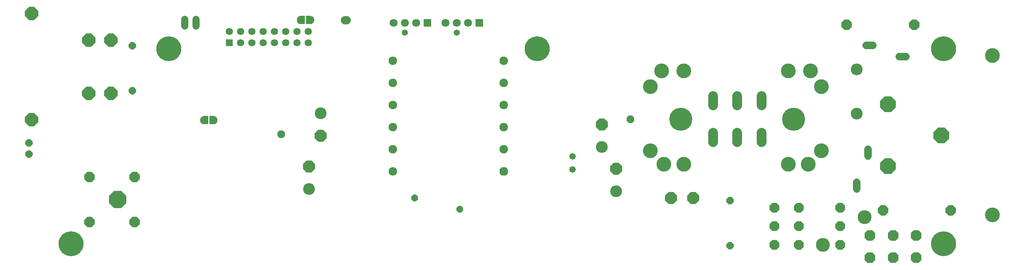
<source format=gbs>
G75*
%MOIN*%
%OFA0B0*%
%FSLAX25Y25*%
%IPPOS*%
%LPD*%
%AMOC8*
5,1,8,0,0,1.08239X$1,22.5*
%
%ADD10C,0.13098*%
%ADD11OC8,0.09350*%
%ADD12C,0.10500*%
%ADD13C,0.06500*%
%ADD14OC8,0.06500*%
%ADD15OC8,0.10500*%
%ADD16C,0.05815*%
%ADD17OC8,0.08768*%
%ADD18C,0.07587*%
%ADD19OC8,0.07587*%
%ADD20C,0.12311*%
%ADD21OC8,0.13886*%
%ADD22OC8,0.11768*%
%ADD23C,0.20500*%
%ADD24OC8,0.09100*%
%ADD25OC8,0.15500*%
%ADD26C,0.08750*%
%ADD27R,0.07100X0.07100*%
%ADD28C,0.07100*%
%ADD29C,0.05421*%
%ADD30R,0.06406X0.06406*%
%ADD31C,0.06406*%
%ADD32C,0.06406*%
%ADD33OC8,0.06996*%
%ADD34OC8,0.05900*%
%ADD35OC8,0.06406*%
%ADD36OC8,0.09555*%
%ADD37C,0.00100*%
%ADD38C,0.22154*%
D10*
X0615657Y0140823D03*
X0627468Y0129012D03*
X0645184Y0129012D03*
X0737704Y0129012D03*
X0755421Y0129012D03*
X0767232Y0140823D03*
X0767232Y0197909D03*
X0757389Y0211689D03*
X0737704Y0211689D03*
X0645184Y0211689D03*
X0625499Y0211689D03*
X0615657Y0197909D03*
X0918807Y0225469D03*
X0918807Y0083736D03*
D11*
X0881791Y0087742D03*
X0821791Y0087742D03*
X0849541Y0252742D03*
X0789541Y0252742D03*
D12*
X0798541Y0213112D03*
X0798541Y0173742D03*
X0585072Y0104992D03*
X0572572Y0144242D03*
X0323072Y0174242D03*
X0312822Y0106742D03*
D13*
X0798541Y0106728D02*
X0798541Y0112728D01*
X0808541Y0136256D02*
X0808541Y0142256D01*
X0836305Y0224492D02*
X0842305Y0224492D01*
X0812777Y0234492D02*
X0806777Y0234492D01*
D14*
X0686322Y0096492D03*
X0686322Y0056492D03*
X0156041Y0194274D03*
X0156041Y0234274D03*
D15*
X0323072Y0154242D03*
X0312822Y0126742D03*
X0572572Y0164242D03*
X0585072Y0124992D03*
X0633730Y0098742D03*
X0653415Y0098742D03*
D16*
X0546572Y0124087D03*
X0546572Y0135898D03*
D17*
X0725495Y0090278D03*
X0747149Y0090278D03*
X0783822Y0090278D03*
X0783822Y0073742D03*
X0747149Y0073742D03*
X0725495Y0073742D03*
X0725495Y0057207D03*
X0747149Y0057207D03*
X0783822Y0057207D03*
D18*
X0485535Y0142215D03*
X0485535Y0161900D03*
X0485535Y0181585D03*
X0485535Y0201270D03*
X0485535Y0220955D03*
X0387110Y0220955D03*
X0387110Y0201270D03*
X0387110Y0181585D03*
X0387110Y0161900D03*
X0387110Y0142215D03*
X0387110Y0122530D03*
D19*
X0485535Y0122530D03*
D20*
X0768665Y0057207D03*
X0805673Y0082010D03*
D21*
X0826287Y0127043D03*
X0873531Y0154602D03*
X0826287Y0182161D03*
D22*
X0137310Y0192004D03*
X0117625Y0192004D03*
X0066838Y0168382D03*
X0117625Y0239248D03*
X0137310Y0239248D03*
X0066838Y0262870D03*
D23*
X0642572Y0168992D03*
X0742572Y0168992D03*
D24*
X0158177Y0117516D03*
X0118177Y0117516D03*
X0118177Y0077516D03*
X0158177Y0077516D03*
D25*
X0143216Y0097516D03*
D26*
X0671072Y0148617D02*
X0671072Y0156867D01*
X0692572Y0156867D02*
X0692572Y0148617D01*
X0714072Y0148617D02*
X0714072Y0156867D01*
X0714072Y0181117D02*
X0714072Y0189367D01*
X0692572Y0189367D02*
X0692572Y0181117D01*
X0671072Y0181117D02*
X0671072Y0189367D01*
D27*
X0463822Y0254492D03*
X0417822Y0254492D03*
D28*
X0407822Y0254492D03*
X0397822Y0254492D03*
X0387822Y0254492D03*
X0433822Y0254492D03*
X0443822Y0254492D03*
X0453822Y0254492D03*
D29*
X0443822Y0245988D03*
X0397822Y0245988D03*
D30*
X0242322Y0236992D03*
D31*
X0252322Y0236992D03*
X0262322Y0236992D03*
X0272322Y0236992D03*
X0282322Y0236992D03*
X0292322Y0236992D03*
X0302322Y0236992D03*
X0312322Y0236992D03*
X0312322Y0246992D03*
X0302322Y0246992D03*
X0292322Y0246992D03*
X0282322Y0246992D03*
X0272322Y0246992D03*
X0262322Y0246992D03*
X0252322Y0246992D03*
X0242322Y0246992D03*
D32*
X0212572Y0251789D02*
X0212572Y0257695D01*
X0202572Y0257695D02*
X0202572Y0251789D01*
D33*
X0288072Y0155492D03*
X0597822Y0168742D03*
D34*
X0406572Y0098992D03*
X0446572Y0088992D03*
D35*
X0064476Y0137791D03*
X0064476Y0147791D03*
D36*
X0810322Y0065427D03*
X0830822Y0065427D03*
X0851322Y0065427D03*
X0851322Y0045742D03*
X0830822Y0045742D03*
X0810322Y0045742D03*
D37*
X0231255Y0167559D02*
X0231056Y0166903D01*
X0230732Y0166298D01*
X0230297Y0165767D01*
X0229767Y0165332D01*
X0229162Y0165009D01*
X0228505Y0164809D01*
X0227822Y0164742D01*
X0224572Y0164742D01*
X0224572Y0171742D01*
X0227822Y0171742D01*
X0228505Y0171675D01*
X0229162Y0171476D01*
X0229767Y0171152D01*
X0230297Y0170717D01*
X0230732Y0170187D01*
X0231056Y0169582D01*
X0231255Y0168925D01*
X0231322Y0168242D01*
X0231255Y0167559D01*
X0231241Y0167512D02*
X0224572Y0167512D01*
X0224572Y0167414D02*
X0231211Y0167414D01*
X0231181Y0167315D02*
X0224572Y0167315D01*
X0224572Y0167217D02*
X0231151Y0167217D01*
X0231121Y0167118D02*
X0224572Y0167118D01*
X0224572Y0167020D02*
X0231091Y0167020D01*
X0231061Y0166921D02*
X0224572Y0166921D01*
X0224572Y0166823D02*
X0231013Y0166823D01*
X0230960Y0166724D02*
X0224572Y0166724D01*
X0224572Y0166626D02*
X0230908Y0166626D01*
X0230855Y0166527D02*
X0224572Y0166527D01*
X0224572Y0166429D02*
X0230802Y0166429D01*
X0230750Y0166330D02*
X0224572Y0166330D01*
X0224572Y0166232D02*
X0230678Y0166232D01*
X0230597Y0166133D02*
X0224572Y0166133D01*
X0224572Y0166035D02*
X0230516Y0166035D01*
X0230436Y0165936D02*
X0224572Y0165936D01*
X0224572Y0165837D02*
X0230355Y0165837D01*
X0230263Y0165739D02*
X0224572Y0165739D01*
X0224572Y0165640D02*
X0230143Y0165640D01*
X0230023Y0165542D02*
X0224572Y0165542D01*
X0224572Y0165443D02*
X0229903Y0165443D01*
X0229783Y0165345D02*
X0224572Y0165345D01*
X0224572Y0165246D02*
X0229607Y0165246D01*
X0229422Y0165148D02*
X0224572Y0165148D01*
X0224572Y0165049D02*
X0229238Y0165049D01*
X0228972Y0164951D02*
X0224572Y0164951D01*
X0224572Y0164852D02*
X0228647Y0164852D01*
X0227941Y0164754D02*
X0224572Y0164754D01*
X0223072Y0164754D02*
X0219703Y0164754D01*
X0219822Y0164742D02*
X0219139Y0164809D01*
X0218483Y0165009D01*
X0217878Y0165332D01*
X0217347Y0165767D01*
X0216912Y0166298D01*
X0216589Y0166903D01*
X0216390Y0167559D01*
X0216322Y0168242D01*
X0216390Y0168925D01*
X0216589Y0169582D01*
X0216912Y0170187D01*
X0217347Y0170717D01*
X0217878Y0171152D01*
X0218483Y0171476D01*
X0219139Y0171675D01*
X0219822Y0171742D01*
X0223072Y0171742D01*
X0223072Y0164742D01*
X0219822Y0164742D01*
X0218998Y0164852D02*
X0223072Y0164852D01*
X0223072Y0164951D02*
X0218673Y0164951D01*
X0218406Y0165049D02*
X0223072Y0165049D01*
X0223072Y0165148D02*
X0218222Y0165148D01*
X0218038Y0165246D02*
X0223072Y0165246D01*
X0223072Y0165345D02*
X0217862Y0165345D01*
X0217742Y0165443D02*
X0223072Y0165443D01*
X0223072Y0165542D02*
X0217622Y0165542D01*
X0217502Y0165640D02*
X0223072Y0165640D01*
X0223072Y0165739D02*
X0217382Y0165739D01*
X0217290Y0165837D02*
X0223072Y0165837D01*
X0223072Y0165936D02*
X0217209Y0165936D01*
X0217128Y0166035D02*
X0223072Y0166035D01*
X0223072Y0166133D02*
X0217047Y0166133D01*
X0216966Y0166232D02*
X0223072Y0166232D01*
X0223072Y0166330D02*
X0216895Y0166330D01*
X0216842Y0166429D02*
X0223072Y0166429D01*
X0223072Y0166527D02*
X0216789Y0166527D01*
X0216737Y0166626D02*
X0223072Y0166626D01*
X0223072Y0166724D02*
X0216684Y0166724D01*
X0216632Y0166823D02*
X0223072Y0166823D01*
X0223072Y0166921D02*
X0216583Y0166921D01*
X0216553Y0167020D02*
X0223072Y0167020D01*
X0223072Y0167118D02*
X0216523Y0167118D01*
X0216493Y0167217D02*
X0223072Y0167217D01*
X0223072Y0167315D02*
X0216464Y0167315D01*
X0216434Y0167414D02*
X0223072Y0167414D01*
X0223072Y0167512D02*
X0216404Y0167512D01*
X0216384Y0167611D02*
X0223072Y0167611D01*
X0223072Y0167709D02*
X0216375Y0167709D01*
X0216365Y0167808D02*
X0223072Y0167808D01*
X0223072Y0167906D02*
X0216355Y0167906D01*
X0216346Y0168005D02*
X0223072Y0168005D01*
X0223072Y0168103D02*
X0216336Y0168103D01*
X0216326Y0168202D02*
X0223072Y0168202D01*
X0223072Y0168300D02*
X0216328Y0168300D01*
X0216338Y0168399D02*
X0223072Y0168399D01*
X0223072Y0168497D02*
X0216347Y0168497D01*
X0216357Y0168596D02*
X0223072Y0168596D01*
X0223072Y0168694D02*
X0216367Y0168694D01*
X0216376Y0168793D02*
X0223072Y0168793D01*
X0223072Y0168891D02*
X0216386Y0168891D01*
X0216409Y0168990D02*
X0223072Y0168990D01*
X0223072Y0169088D02*
X0216439Y0169088D01*
X0216469Y0169187D02*
X0223072Y0169187D01*
X0223072Y0169285D02*
X0216499Y0169285D01*
X0216529Y0169384D02*
X0223072Y0169384D01*
X0223072Y0169482D02*
X0216559Y0169482D01*
X0216588Y0169581D02*
X0223072Y0169581D01*
X0223072Y0169679D02*
X0216641Y0169679D01*
X0216694Y0169778D02*
X0223072Y0169778D01*
X0223072Y0169876D02*
X0216746Y0169876D01*
X0216799Y0169975D02*
X0223072Y0169975D01*
X0223072Y0170073D02*
X0216852Y0170073D01*
X0216904Y0170172D02*
X0223072Y0170172D01*
X0223072Y0170270D02*
X0216981Y0170270D01*
X0217062Y0170369D02*
X0223072Y0170369D01*
X0223072Y0170468D02*
X0217143Y0170468D01*
X0217223Y0170566D02*
X0223072Y0170566D01*
X0223072Y0170665D02*
X0217304Y0170665D01*
X0217403Y0170763D02*
X0223072Y0170763D01*
X0223072Y0170862D02*
X0217524Y0170862D01*
X0217644Y0170960D02*
X0223072Y0170960D01*
X0223072Y0171059D02*
X0217764Y0171059D01*
X0217887Y0171157D02*
X0223072Y0171157D01*
X0223072Y0171256D02*
X0218071Y0171256D01*
X0218255Y0171354D02*
X0223072Y0171354D01*
X0223072Y0171453D02*
X0218440Y0171453D01*
X0218732Y0171551D02*
X0223072Y0171551D01*
X0223072Y0171650D02*
X0219056Y0171650D01*
X0224572Y0171650D02*
X0228588Y0171650D01*
X0228913Y0171551D02*
X0224572Y0171551D01*
X0224572Y0171453D02*
X0229205Y0171453D01*
X0229389Y0171354D02*
X0224572Y0171354D01*
X0224572Y0171256D02*
X0229573Y0171256D01*
X0229758Y0171157D02*
X0224572Y0171157D01*
X0224572Y0171059D02*
X0229881Y0171059D01*
X0230001Y0170960D02*
X0224572Y0170960D01*
X0224572Y0170862D02*
X0230121Y0170862D01*
X0230241Y0170763D02*
X0224572Y0170763D01*
X0224572Y0170665D02*
X0230340Y0170665D01*
X0230421Y0170566D02*
X0224572Y0170566D01*
X0224572Y0170468D02*
X0230502Y0170468D01*
X0230583Y0170369D02*
X0224572Y0170369D01*
X0224572Y0170270D02*
X0230664Y0170270D01*
X0230740Y0170172D02*
X0224572Y0170172D01*
X0224572Y0170073D02*
X0230793Y0170073D01*
X0230846Y0169975D02*
X0224572Y0169975D01*
X0224572Y0169876D02*
X0230898Y0169876D01*
X0230951Y0169778D02*
X0224572Y0169778D01*
X0224572Y0169679D02*
X0231003Y0169679D01*
X0231056Y0169581D02*
X0224572Y0169581D01*
X0224572Y0169482D02*
X0231086Y0169482D01*
X0231116Y0169384D02*
X0224572Y0169384D01*
X0224572Y0169285D02*
X0231146Y0169285D01*
X0231176Y0169187D02*
X0224572Y0169187D01*
X0224572Y0169088D02*
X0231205Y0169088D01*
X0231235Y0168990D02*
X0224572Y0168990D01*
X0224572Y0168891D02*
X0231258Y0168891D01*
X0231268Y0168793D02*
X0224572Y0168793D01*
X0224572Y0168694D02*
X0231278Y0168694D01*
X0231287Y0168596D02*
X0224572Y0168596D01*
X0224572Y0168497D02*
X0231297Y0168497D01*
X0231307Y0168399D02*
X0224572Y0168399D01*
X0224572Y0168300D02*
X0231317Y0168300D01*
X0231318Y0168202D02*
X0224572Y0168202D01*
X0224572Y0168103D02*
X0231309Y0168103D01*
X0231299Y0168005D02*
X0224572Y0168005D01*
X0224572Y0167906D02*
X0231289Y0167906D01*
X0231279Y0167808D02*
X0224572Y0167808D01*
X0224572Y0167709D02*
X0231270Y0167709D01*
X0231260Y0167611D02*
X0224572Y0167611D01*
X0303097Y0254767D02*
X0302662Y0255298D01*
X0302339Y0255903D01*
X0302140Y0256559D01*
X0302072Y0257242D01*
X0302140Y0257925D01*
X0302339Y0258582D01*
X0302662Y0259187D01*
X0303097Y0259717D01*
X0303628Y0260152D01*
X0304233Y0260476D01*
X0304889Y0260675D01*
X0305572Y0260742D01*
X0308822Y0260742D01*
X0308822Y0253742D01*
X0305572Y0253742D01*
X0304889Y0253809D01*
X0304233Y0254009D01*
X0303628Y0254332D01*
X0303097Y0254767D01*
X0303076Y0254793D02*
X0308822Y0254793D01*
X0308822Y0254695D02*
X0303186Y0254695D01*
X0303306Y0254596D02*
X0308822Y0254596D01*
X0308822Y0254498D02*
X0303426Y0254498D01*
X0303546Y0254399D02*
X0308822Y0254399D01*
X0308822Y0254301D02*
X0303686Y0254301D01*
X0303871Y0254202D02*
X0308822Y0254202D01*
X0308822Y0254104D02*
X0304055Y0254104D01*
X0304244Y0254005D02*
X0308822Y0254005D01*
X0308822Y0253907D02*
X0304569Y0253907D01*
X0304902Y0253808D02*
X0308822Y0253808D01*
X0308822Y0254892D02*
X0302995Y0254892D01*
X0302914Y0254990D02*
X0308822Y0254990D01*
X0308822Y0255089D02*
X0302834Y0255089D01*
X0302753Y0255187D02*
X0308822Y0255187D01*
X0308822Y0255286D02*
X0302672Y0255286D01*
X0302616Y0255384D02*
X0308822Y0255384D01*
X0308822Y0255483D02*
X0302563Y0255483D01*
X0302510Y0255581D02*
X0308822Y0255581D01*
X0308822Y0255680D02*
X0302458Y0255680D01*
X0302405Y0255778D02*
X0308822Y0255778D01*
X0308822Y0255877D02*
X0302353Y0255877D01*
X0302317Y0255975D02*
X0308822Y0255975D01*
X0308822Y0256074D02*
X0302287Y0256074D01*
X0302257Y0256172D02*
X0308822Y0256172D01*
X0308822Y0256271D02*
X0302227Y0256271D01*
X0302197Y0256369D02*
X0308822Y0256369D01*
X0308822Y0256468D02*
X0302167Y0256468D01*
X0302139Y0256566D02*
X0308822Y0256566D01*
X0308822Y0256665D02*
X0302129Y0256665D01*
X0302119Y0256763D02*
X0308822Y0256763D01*
X0308822Y0256862D02*
X0302110Y0256862D01*
X0302100Y0256960D02*
X0308822Y0256960D01*
X0308822Y0257059D02*
X0302090Y0257059D01*
X0302081Y0257157D02*
X0308822Y0257157D01*
X0308822Y0257256D02*
X0302074Y0257256D01*
X0302083Y0257355D02*
X0308822Y0257355D01*
X0308822Y0257453D02*
X0302093Y0257453D01*
X0302103Y0257552D02*
X0308822Y0257552D01*
X0308822Y0257650D02*
X0302112Y0257650D01*
X0302122Y0257749D02*
X0308822Y0257749D01*
X0308822Y0257847D02*
X0302132Y0257847D01*
X0302146Y0257946D02*
X0308822Y0257946D01*
X0308822Y0258044D02*
X0302176Y0258044D01*
X0302206Y0258143D02*
X0308822Y0258143D01*
X0308822Y0258241D02*
X0302235Y0258241D01*
X0302265Y0258340D02*
X0308822Y0258340D01*
X0308822Y0258438D02*
X0302295Y0258438D01*
X0302325Y0258537D02*
X0308822Y0258537D01*
X0308822Y0258635D02*
X0302367Y0258635D01*
X0302420Y0258734D02*
X0308822Y0258734D01*
X0308822Y0258832D02*
X0302473Y0258832D01*
X0302525Y0258931D02*
X0308822Y0258931D01*
X0308822Y0259029D02*
X0302578Y0259029D01*
X0302631Y0259128D02*
X0308822Y0259128D01*
X0308822Y0259226D02*
X0302695Y0259226D01*
X0302775Y0259325D02*
X0308822Y0259325D01*
X0308822Y0259423D02*
X0302856Y0259423D01*
X0302937Y0259522D02*
X0308822Y0259522D01*
X0308822Y0259620D02*
X0303018Y0259620D01*
X0303100Y0259719D02*
X0308822Y0259719D01*
X0308822Y0259817D02*
X0303220Y0259817D01*
X0303340Y0259916D02*
X0308822Y0259916D01*
X0308822Y0260014D02*
X0303460Y0260014D01*
X0303580Y0260113D02*
X0308822Y0260113D01*
X0308822Y0260211D02*
X0303738Y0260211D01*
X0303923Y0260310D02*
X0308822Y0260310D01*
X0308822Y0260408D02*
X0304107Y0260408D01*
X0304336Y0260507D02*
X0308822Y0260507D01*
X0308822Y0260605D02*
X0304660Y0260605D01*
X0305184Y0260704D02*
X0308822Y0260704D01*
X0310322Y0260704D02*
X0313961Y0260704D01*
X0314255Y0260675D02*
X0314912Y0260476D01*
X0315517Y0260152D01*
X0316047Y0259717D01*
X0316482Y0259187D01*
X0316806Y0258582D01*
X0317005Y0257925D01*
X0317072Y0257242D01*
X0317005Y0256559D01*
X0316806Y0255903D01*
X0316482Y0255298D01*
X0316047Y0254767D01*
X0315517Y0254332D01*
X0314912Y0254009D01*
X0314255Y0253809D01*
X0313572Y0253742D01*
X0310322Y0253742D01*
X0310322Y0260742D01*
X0313572Y0260742D01*
X0314255Y0260675D01*
X0314484Y0260605D02*
X0310322Y0260605D01*
X0310322Y0260507D02*
X0314809Y0260507D01*
X0315038Y0260408D02*
X0310322Y0260408D01*
X0310322Y0260310D02*
X0315222Y0260310D01*
X0315406Y0260211D02*
X0310322Y0260211D01*
X0310322Y0260113D02*
X0315565Y0260113D01*
X0315685Y0260014D02*
X0310322Y0260014D01*
X0310322Y0259916D02*
X0315805Y0259916D01*
X0315925Y0259817D02*
X0310322Y0259817D01*
X0310322Y0259719D02*
X0316045Y0259719D01*
X0316127Y0259620D02*
X0310322Y0259620D01*
X0310322Y0259522D02*
X0316207Y0259522D01*
X0316288Y0259423D02*
X0310322Y0259423D01*
X0310322Y0259325D02*
X0316369Y0259325D01*
X0316450Y0259226D02*
X0310322Y0259226D01*
X0310322Y0259128D02*
X0316514Y0259128D01*
X0316567Y0259029D02*
X0310322Y0259029D01*
X0310322Y0258931D02*
X0316619Y0258931D01*
X0316672Y0258832D02*
X0310322Y0258832D01*
X0310322Y0258734D02*
X0316725Y0258734D01*
X0316777Y0258635D02*
X0310322Y0258635D01*
X0310322Y0258537D02*
X0316819Y0258537D01*
X0316849Y0258438D02*
X0310322Y0258438D01*
X0310322Y0258340D02*
X0316879Y0258340D01*
X0316909Y0258241D02*
X0310322Y0258241D01*
X0310322Y0258143D02*
X0316939Y0258143D01*
X0316969Y0258044D02*
X0310322Y0258044D01*
X0310322Y0257946D02*
X0316999Y0257946D01*
X0317013Y0257847D02*
X0310322Y0257847D01*
X0310322Y0257749D02*
X0317022Y0257749D01*
X0317032Y0257650D02*
X0310322Y0257650D01*
X0310322Y0257552D02*
X0317042Y0257552D01*
X0317051Y0257453D02*
X0310322Y0257453D01*
X0310322Y0257355D02*
X0317061Y0257355D01*
X0317071Y0257256D02*
X0310322Y0257256D01*
X0310322Y0257157D02*
X0317064Y0257157D01*
X0317054Y0257059D02*
X0310322Y0257059D01*
X0310322Y0256960D02*
X0317045Y0256960D01*
X0317035Y0256862D02*
X0310322Y0256862D01*
X0310322Y0256763D02*
X0317025Y0256763D01*
X0317015Y0256665D02*
X0310322Y0256665D01*
X0310322Y0256566D02*
X0317006Y0256566D01*
X0316977Y0256468D02*
X0310322Y0256468D01*
X0310322Y0256369D02*
X0316947Y0256369D01*
X0316918Y0256271D02*
X0310322Y0256271D01*
X0310322Y0256172D02*
X0316888Y0256172D01*
X0316858Y0256074D02*
X0310322Y0256074D01*
X0310322Y0255975D02*
X0316828Y0255975D01*
X0316792Y0255877D02*
X0310322Y0255877D01*
X0310322Y0255778D02*
X0316739Y0255778D01*
X0316687Y0255680D02*
X0310322Y0255680D01*
X0310322Y0255581D02*
X0316634Y0255581D01*
X0316581Y0255483D02*
X0310322Y0255483D01*
X0310322Y0255384D02*
X0316529Y0255384D01*
X0316473Y0255286D02*
X0310322Y0255286D01*
X0310322Y0255187D02*
X0316392Y0255187D01*
X0316311Y0255089D02*
X0310322Y0255089D01*
X0310322Y0254990D02*
X0316230Y0254990D01*
X0316149Y0254892D02*
X0310322Y0254892D01*
X0310322Y0254793D02*
X0316068Y0254793D01*
X0315959Y0254695D02*
X0310322Y0254695D01*
X0310322Y0254596D02*
X0315839Y0254596D01*
X0315719Y0254498D02*
X0310322Y0254498D01*
X0310322Y0254399D02*
X0315599Y0254399D01*
X0315458Y0254301D02*
X0310322Y0254301D01*
X0310322Y0254202D02*
X0315274Y0254202D01*
X0315090Y0254104D02*
X0310322Y0254104D01*
X0310322Y0254005D02*
X0314900Y0254005D01*
X0314576Y0253907D02*
X0310322Y0253907D01*
X0310322Y0253808D02*
X0314242Y0253808D01*
X0341124Y0256468D02*
X0345322Y0256468D01*
X0349521Y0256468D01*
X0349530Y0256566D02*
X0345322Y0256566D01*
X0341114Y0256566D01*
X0341104Y0256665D02*
X0345322Y0256665D01*
X0349540Y0256665D01*
X0349550Y0256763D02*
X0345322Y0256763D01*
X0341095Y0256763D01*
X0341085Y0256862D02*
X0345322Y0256862D01*
X0349559Y0256862D01*
X0349569Y0256960D02*
X0345322Y0256960D01*
X0341075Y0256960D01*
X0341072Y0256992D02*
X0341140Y0257675D01*
X0341339Y0258332D01*
X0341662Y0258937D01*
X0342097Y0259467D01*
X0342628Y0259902D01*
X0343233Y0260226D01*
X0343889Y0260425D01*
X0344572Y0260492D01*
X0345322Y0260492D01*
X0345322Y0253492D01*
X0346072Y0253492D01*
X0346755Y0253559D01*
X0347412Y0253759D01*
X0348017Y0254082D01*
X0348547Y0254517D01*
X0348982Y0255048D01*
X0349306Y0255653D01*
X0349505Y0256309D01*
X0349572Y0256992D01*
X0349505Y0257675D01*
X0349306Y0258332D01*
X0348982Y0258937D01*
X0348547Y0259467D01*
X0348017Y0259902D01*
X0347412Y0260226D01*
X0346755Y0260425D01*
X0346072Y0260492D01*
X0345322Y0260492D01*
X0345322Y0253492D01*
X0344572Y0253492D01*
X0343889Y0253559D01*
X0343233Y0253759D01*
X0342628Y0254082D01*
X0342097Y0254517D01*
X0341662Y0255048D01*
X0341339Y0255653D01*
X0341140Y0256309D01*
X0341072Y0256992D01*
X0341079Y0257059D02*
X0345322Y0257059D01*
X0349566Y0257059D01*
X0349556Y0257157D02*
X0345322Y0257157D01*
X0341089Y0257157D01*
X0341098Y0257256D02*
X0345322Y0257256D01*
X0349546Y0257256D01*
X0349537Y0257355D02*
X0345322Y0257355D01*
X0341108Y0257355D01*
X0341118Y0257453D02*
X0345322Y0257453D01*
X0349527Y0257453D01*
X0349517Y0257552D02*
X0345322Y0257552D01*
X0341127Y0257552D01*
X0341137Y0257650D02*
X0345322Y0257650D01*
X0349507Y0257650D01*
X0349483Y0257749D02*
X0345322Y0257749D01*
X0341162Y0257749D01*
X0341192Y0257847D02*
X0345322Y0257847D01*
X0349453Y0257847D01*
X0349423Y0257946D02*
X0345322Y0257946D01*
X0341222Y0257946D01*
X0341251Y0258044D02*
X0345322Y0258044D01*
X0349393Y0258044D01*
X0349363Y0258143D02*
X0345322Y0258143D01*
X0341281Y0258143D01*
X0341311Y0258241D02*
X0345322Y0258241D01*
X0349333Y0258241D01*
X0349302Y0258340D02*
X0345322Y0258340D01*
X0341343Y0258340D01*
X0341396Y0258438D02*
X0345322Y0258438D01*
X0349249Y0258438D01*
X0349196Y0258537D02*
X0345322Y0258537D01*
X0341448Y0258537D01*
X0341501Y0258635D02*
X0345322Y0258635D01*
X0349144Y0258635D01*
X0349091Y0258734D02*
X0345322Y0258734D01*
X0341554Y0258734D01*
X0341606Y0258832D02*
X0345322Y0258832D01*
X0349038Y0258832D01*
X0348986Y0258931D02*
X0345322Y0258931D01*
X0341659Y0258931D01*
X0341738Y0259029D02*
X0345322Y0259029D01*
X0348906Y0259029D01*
X0348826Y0259128D02*
X0345322Y0259128D01*
X0341819Y0259128D01*
X0341900Y0259226D02*
X0345322Y0259226D01*
X0348745Y0259226D01*
X0348664Y0259325D02*
X0345322Y0259325D01*
X0341981Y0259325D01*
X0342061Y0259423D02*
X0345322Y0259423D01*
X0348583Y0259423D01*
X0348480Y0259522D02*
X0345322Y0259522D01*
X0342164Y0259522D01*
X0342284Y0259620D02*
X0345322Y0259620D01*
X0348360Y0259620D01*
X0348240Y0259719D02*
X0345322Y0259719D01*
X0342404Y0259719D01*
X0342524Y0259817D02*
X0345322Y0259817D01*
X0348120Y0259817D01*
X0347991Y0259916D02*
X0345322Y0259916D01*
X0342653Y0259916D01*
X0342837Y0260014D02*
X0345322Y0260014D01*
X0347807Y0260014D01*
X0347623Y0260113D02*
X0345322Y0260113D01*
X0343022Y0260113D01*
X0343206Y0260211D02*
X0345322Y0260211D01*
X0347439Y0260211D01*
X0347134Y0260310D02*
X0345322Y0260310D01*
X0343510Y0260310D01*
X0343835Y0260408D02*
X0345322Y0260408D01*
X0346810Y0260408D01*
X0345322Y0256369D02*
X0349511Y0256369D01*
X0349493Y0256271D02*
X0345322Y0256271D01*
X0341151Y0256271D01*
X0341134Y0256369D02*
X0345322Y0256369D01*
X0345322Y0256172D02*
X0349463Y0256172D01*
X0349434Y0256074D02*
X0345322Y0256074D01*
X0341211Y0256074D01*
X0341181Y0256172D02*
X0345322Y0256172D01*
X0345322Y0255975D02*
X0349404Y0255975D01*
X0349374Y0255877D02*
X0345322Y0255877D01*
X0341271Y0255877D01*
X0341241Y0255975D02*
X0345322Y0255975D01*
X0345322Y0255778D02*
X0349344Y0255778D01*
X0349314Y0255680D02*
X0345322Y0255680D01*
X0341330Y0255680D01*
X0341301Y0255778D02*
X0345322Y0255778D01*
X0345322Y0255581D02*
X0349268Y0255581D01*
X0349215Y0255483D02*
X0345322Y0255483D01*
X0341430Y0255483D01*
X0341482Y0255384D02*
X0345322Y0255384D01*
X0349162Y0255384D01*
X0349110Y0255286D02*
X0345322Y0255286D01*
X0341535Y0255286D01*
X0341587Y0255187D02*
X0345322Y0255187D01*
X0349057Y0255187D01*
X0349004Y0255089D02*
X0345322Y0255089D01*
X0341640Y0255089D01*
X0341709Y0254990D02*
X0345322Y0254990D01*
X0348935Y0254990D01*
X0348854Y0254892D02*
X0345322Y0254892D01*
X0341790Y0254892D01*
X0341871Y0254793D02*
X0345322Y0254793D01*
X0348774Y0254793D01*
X0348693Y0254695D02*
X0345322Y0254695D01*
X0341952Y0254695D01*
X0342033Y0254596D02*
X0345322Y0254596D01*
X0348612Y0254596D01*
X0348523Y0254498D02*
X0345322Y0254498D01*
X0342121Y0254498D01*
X0342241Y0254399D02*
X0345322Y0254399D01*
X0348403Y0254399D01*
X0348283Y0254301D02*
X0345322Y0254301D01*
X0342361Y0254301D01*
X0342481Y0254202D02*
X0345322Y0254202D01*
X0348163Y0254202D01*
X0348043Y0254104D02*
X0345322Y0254104D01*
X0342601Y0254104D01*
X0342772Y0254005D02*
X0345322Y0254005D01*
X0347873Y0254005D01*
X0347689Y0253907D02*
X0345322Y0253907D01*
X0342956Y0253907D01*
X0343140Y0253808D02*
X0345322Y0253808D01*
X0347504Y0253808D01*
X0347250Y0253710D02*
X0345322Y0253710D01*
X0343394Y0253710D01*
X0343719Y0253611D02*
X0345322Y0253611D01*
X0346925Y0253611D01*
X0346280Y0253513D02*
X0345322Y0253513D01*
X0344365Y0253513D01*
X0345322Y0255581D02*
X0341377Y0255581D01*
D38*
X0101877Y0058146D03*
X0188492Y0231374D03*
X0515263Y0231374D03*
X0875499Y0231374D03*
X0875499Y0058146D03*
M02*

</source>
